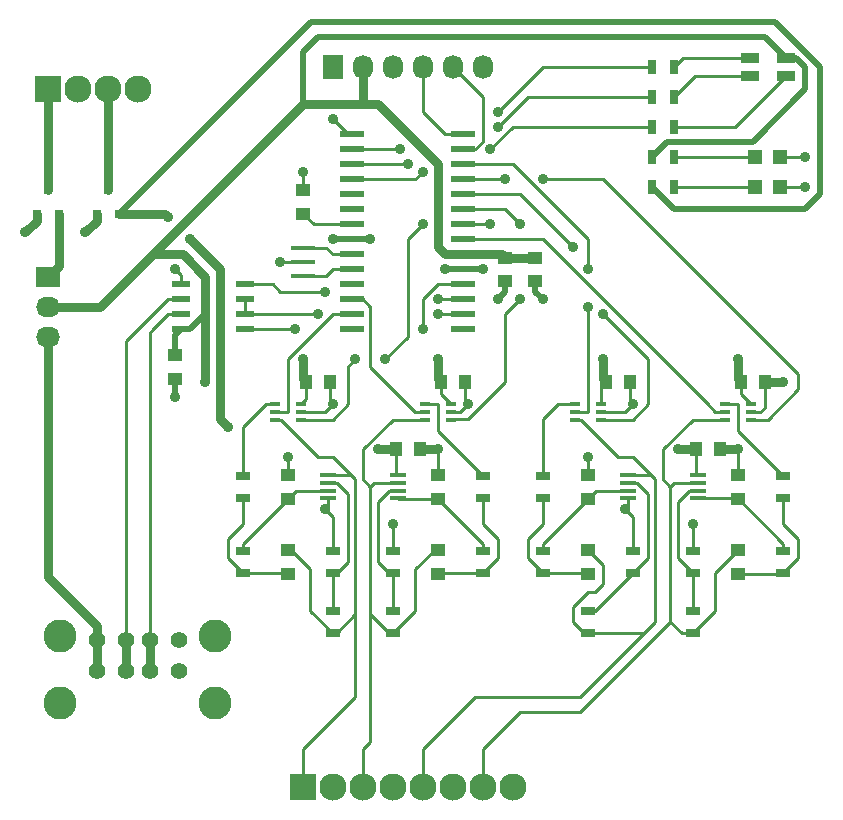
<source format=gtl>
G04 #@! TF.FileFunction,Copper,L1,Top,Signal*
%FSLAX46Y46*%
G04 Gerber Fmt 4.6, Leading zero omitted, Abs format (unit mm)*
G04 Created by KiCad (PCBNEW (2015-01-16 BZR 5376)-product) date 11/18/2015 9:54:18 PM*
%MOMM*%
G01*
G04 APERTURE LIST*
%ADD10C,0.100000*%
%ADD11R,2.000000X0.400000*%
%ADD12R,1.550000X0.600000*%
%ADD13R,1.450000X0.450000*%
%ADD14R,0.800100X0.800100*%
%ADD15R,1.727200X2.032000*%
%ADD16O,1.727200X2.032000*%
%ADD17C,1.420000*%
%ADD18C,2.800000*%
%ADD19R,2.032000X1.727200*%
%ADD20O,2.032000X1.727200*%
%ADD21R,2.000000X0.600000*%
%ADD22R,1.198880X1.198880*%
%ADD23R,1.500000X0.900000*%
%ADD24R,0.850000X0.400000*%
%ADD25R,1.250000X1.000000*%
%ADD26R,1.000000X1.250000*%
%ADD27R,1.300000X0.700000*%
%ADD28R,0.700000X1.300000*%
%ADD29R,2.300000X2.300000*%
%ADD30C,2.300000*%
%ADD31C,0.889000*%
%ADD32C,0.508000*%
%ADD33C,0.762000*%
%ADD34C,0.254000*%
G04 APERTURE END LIST*
D10*
D11*
X26670000Y50800000D03*
X26670000Y52000000D03*
X26670000Y49600000D03*
D12*
X21750000Y45085000D03*
X21750000Y46355000D03*
X21750000Y47625000D03*
X21750000Y48895000D03*
X16350000Y48895000D03*
X16350000Y47625000D03*
X16350000Y46355000D03*
X16350000Y45085000D03*
D13*
X54200000Y32725000D03*
X54200000Y32075000D03*
X54200000Y31425000D03*
X54200000Y30775000D03*
X60100000Y30775000D03*
X60100000Y31425000D03*
X60100000Y32075000D03*
X60100000Y32725000D03*
X28800000Y32725000D03*
X28800000Y32075000D03*
X28800000Y31425000D03*
X28800000Y30775000D03*
X34700000Y30775000D03*
X34700000Y31425000D03*
X34700000Y32075000D03*
X34700000Y32725000D03*
D14*
X9210000Y54879240D03*
X11110000Y54879240D03*
X10160000Y56878220D03*
X4130000Y54879240D03*
X6030000Y54879240D03*
X5080000Y56878220D03*
D15*
X29210000Y67310000D03*
D16*
X31750000Y67310000D03*
X34290000Y67310000D03*
X36830000Y67310000D03*
X39370000Y67310000D03*
X41910000Y67310000D03*
D17*
X9200000Y18805005D03*
X11700000Y18805005D03*
X13700000Y18805005D03*
X16200000Y18805005D03*
X9200000Y16185005D03*
X11700000Y16185005D03*
X13700000Y16185005D03*
X16200000Y16185005D03*
D18*
X19270000Y13475005D03*
X19270000Y19155005D03*
X6130000Y19155005D03*
X6130000Y13475005D03*
D19*
X5080000Y49530000D03*
D20*
X5080000Y46990000D03*
X5080000Y44450000D03*
D21*
X30860000Y61595000D03*
X30860000Y60325000D03*
X30860000Y59055000D03*
X30860000Y57785000D03*
X30860000Y56515000D03*
X30860000Y55245000D03*
X30860000Y53975000D03*
X30860000Y52705000D03*
X30860000Y51435000D03*
X30860000Y50165000D03*
X30860000Y48895000D03*
X30860000Y47625000D03*
X30860000Y46355000D03*
X30860000Y45085000D03*
X40260000Y45085000D03*
X40260000Y46355000D03*
X40260000Y47625000D03*
X40260000Y48895000D03*
X40260000Y50165000D03*
X40260000Y51435000D03*
X40260000Y52705000D03*
X40260000Y53975000D03*
X40260000Y55245000D03*
X40260000Y56515000D03*
X40260000Y57785000D03*
X40260000Y59055000D03*
X40260000Y60325000D03*
X40260000Y61595000D03*
D22*
X67089020Y57150000D03*
X64990980Y57150000D03*
X67089020Y59690000D03*
X64990980Y59690000D03*
D23*
X67590000Y66560000D03*
X67590000Y68060000D03*
X64490000Y68060000D03*
X64490000Y66560000D03*
D24*
X26500000Y37450000D03*
X26500000Y38100000D03*
X26500000Y38750000D03*
X24300000Y38750000D03*
X24300000Y38100000D03*
X24300000Y37450000D03*
X51900000Y37450000D03*
X51900000Y38100000D03*
X51900000Y38750000D03*
X49700000Y38750000D03*
X49700000Y38100000D03*
X49700000Y37450000D03*
X39200000Y37450000D03*
X39200000Y38100000D03*
X39200000Y38750000D03*
X37000000Y38750000D03*
X37000000Y38100000D03*
X37000000Y37450000D03*
X64600000Y37450000D03*
X64600000Y38100000D03*
X64600000Y38750000D03*
X62400000Y38750000D03*
X62400000Y38100000D03*
X62400000Y37450000D03*
D25*
X46355000Y51165000D03*
X46355000Y49165000D03*
X43815000Y51165000D03*
X43815000Y49165000D03*
D26*
X59960000Y34925000D03*
X61960000Y34925000D03*
D25*
X26670000Y54880000D03*
X26670000Y56880000D03*
X25400000Y30750000D03*
X25400000Y32750000D03*
X38100000Y30750000D03*
X38100000Y32750000D03*
X25400000Y24400000D03*
X25400000Y26400000D03*
X38100000Y24400000D03*
X38100000Y26400000D03*
D26*
X34560000Y34925000D03*
X36560000Y34925000D03*
D25*
X15875000Y42910000D03*
X15875000Y40910000D03*
X50800000Y30750000D03*
X50800000Y32750000D03*
X63500000Y30750000D03*
X63500000Y32750000D03*
X50800000Y24400000D03*
X50800000Y26400000D03*
X63500000Y24400000D03*
X63500000Y26400000D03*
D26*
X28940000Y40640000D03*
X26940000Y40640000D03*
X40370000Y40640000D03*
X38370000Y40640000D03*
X54340000Y40640000D03*
X52340000Y40640000D03*
X65770000Y40640000D03*
X63770000Y40640000D03*
D27*
X29210000Y21270000D03*
X29210000Y19370000D03*
X29210000Y24450000D03*
X29210000Y26350000D03*
X34290000Y21270000D03*
X34290000Y19370000D03*
X34290000Y24450000D03*
X34290000Y26350000D03*
X21590000Y32700000D03*
X21590000Y30800000D03*
X21590000Y24450000D03*
X21590000Y26350000D03*
X41910000Y32700000D03*
X41910000Y30800000D03*
X41910000Y24450000D03*
X41910000Y26350000D03*
X50800000Y21270000D03*
X50800000Y19370000D03*
X54610000Y24450000D03*
X54610000Y26350000D03*
X59690000Y21270000D03*
X59690000Y19370000D03*
X59690000Y24450000D03*
X59690000Y26350000D03*
X46990000Y32700000D03*
X46990000Y30800000D03*
X46990000Y24450000D03*
X46990000Y26350000D03*
X67310000Y32700000D03*
X67310000Y30800000D03*
X67310000Y24450000D03*
X67310000Y26350000D03*
D28*
X58100000Y64770000D03*
X56200000Y64770000D03*
X58100000Y62230000D03*
X56200000Y62230000D03*
X58100000Y67310000D03*
X56200000Y67310000D03*
X56200000Y59690000D03*
X58100000Y59690000D03*
X56200000Y57150000D03*
X58100000Y57150000D03*
D29*
X26670000Y6350000D03*
D30*
X29210000Y6350000D03*
X31750000Y6350000D03*
X34290000Y6350000D03*
X36830000Y6350000D03*
X39370000Y6350000D03*
X41910000Y6350000D03*
X44450000Y6350000D03*
D29*
X5080000Y65405000D03*
D30*
X7620000Y65405000D03*
X10160000Y65405000D03*
X12700000Y65405000D03*
D31*
X18415000Y40640000D03*
X54610000Y38735000D03*
X67310000Y40640000D03*
X40640000Y38735000D03*
X29210000Y38735000D03*
X46990000Y47625000D03*
X43180000Y47625000D03*
X15875000Y50165000D03*
X24765000Y50800000D03*
X69215000Y59690000D03*
X69215000Y57150000D03*
X15875000Y39370000D03*
X32385000Y52705000D03*
X29210000Y52705000D03*
X41910000Y50165000D03*
X38735000Y50165000D03*
X26670000Y58420000D03*
X63500000Y42545000D03*
X52070000Y42545000D03*
X38100000Y42545000D03*
X26670000Y42545000D03*
X50800000Y34290000D03*
X38100000Y34925000D03*
X25400000Y34290000D03*
X63500000Y34925000D03*
X8255000Y53340000D03*
X3175000Y53340000D03*
X28575000Y29845000D03*
X53975000Y29845000D03*
X34290000Y28575000D03*
X59690000Y28575000D03*
X58420000Y34925000D03*
X33020000Y34925000D03*
X15240000Y54610000D03*
X17145000Y52705000D03*
X20320000Y36830000D03*
X29210000Y62865000D03*
X34925000Y60325000D03*
X43180000Y63500000D03*
X35560000Y59055000D03*
X43180000Y62230000D03*
X42545000Y60325000D03*
X36830000Y58420000D03*
X38100000Y46355000D03*
X27940000Y46355000D03*
X38100000Y47625000D03*
X28575000Y48260000D03*
X36830000Y45085000D03*
X26035000Y45085000D03*
X31115000Y42545000D03*
X33655000Y42545000D03*
X36830000Y53975000D03*
X42545000Y53975000D03*
X45085000Y47625000D03*
X45085000Y53975000D03*
X49530000Y52070000D03*
X52070000Y46355000D03*
X43815000Y57785000D03*
X46990000Y57785000D03*
X50800000Y50165000D03*
X50800000Y46990000D03*
D32*
X16350000Y45085000D02*
X15875000Y44610000D01*
X15875000Y44610000D02*
X15875000Y42910000D01*
X16350000Y45085000D02*
X17145000Y45085000D01*
X18415000Y46355000D02*
X18415000Y49530000D01*
X17145000Y45085000D02*
X18415000Y46355000D01*
X18415000Y49530000D02*
X16510000Y51435000D01*
X16510000Y51435000D02*
X13970000Y51435000D01*
X13970000Y51435000D02*
X9525000Y46990000D01*
X9525000Y46990000D02*
X5080000Y46990000D01*
X56200000Y59690000D02*
X57470000Y60960000D01*
X68465000Y68060000D02*
X67590000Y68060000D01*
X69215000Y67310000D02*
X68465000Y68060000D01*
X69215000Y65405000D02*
X69215000Y67310000D01*
X64770000Y60960000D02*
X69215000Y65405000D01*
X57470000Y60960000D02*
X64770000Y60960000D01*
X26670000Y64135000D02*
X26670000Y68580000D01*
X65800000Y69850000D02*
X67590000Y68060000D01*
X27940000Y69850000D02*
X65800000Y69850000D01*
X26670000Y68580000D02*
X27940000Y69850000D01*
D33*
X40260000Y51435000D02*
X43545000Y51435000D01*
X43545000Y51435000D02*
X43815000Y51165000D01*
X43815000Y51165000D02*
X46355000Y51165000D01*
X40260000Y51435000D02*
X38735000Y51435000D01*
X33020000Y64135000D02*
X31750000Y64135000D01*
X38100000Y59055000D02*
X33020000Y64135000D01*
X38100000Y52070000D02*
X38100000Y59055000D01*
X38735000Y51435000D02*
X38100000Y52070000D01*
X9525000Y46990000D02*
X13970000Y51435000D01*
X13970000Y51435000D02*
X16510000Y51435000D01*
X16510000Y51435000D02*
X18415000Y49530000D01*
X5080000Y46990000D02*
X9525000Y46990000D01*
X13970000Y51435000D02*
X26670000Y64135000D01*
X26670000Y64135000D02*
X31750000Y64135000D01*
X31750000Y67310000D02*
X31750000Y64135000D01*
X18415000Y49530000D02*
X18415000Y40640000D01*
D34*
X54610000Y38735000D02*
X54340000Y39005000D01*
X54340000Y39005000D02*
X54340000Y40640000D01*
X53975000Y38100000D02*
X54610000Y38735000D01*
X51900000Y38100000D02*
X53975000Y38100000D01*
X65405000Y38100000D02*
X64600000Y38100000D01*
X65770000Y38465000D02*
X65405000Y38100000D01*
X65770000Y40640000D02*
X65770000Y38465000D01*
D33*
X67310000Y40640000D02*
X65770000Y40640000D01*
D34*
X40640000Y38735000D02*
X40370000Y39005000D01*
X40370000Y39005000D02*
X40370000Y40640000D01*
X40005000Y38100000D02*
X40640000Y38735000D01*
X39200000Y38100000D02*
X40005000Y38100000D01*
X29210000Y38735000D02*
X28940000Y39005000D01*
X28940000Y39005000D02*
X28940000Y40640000D01*
X28575000Y38100000D02*
X29210000Y38735000D01*
X26500000Y38100000D02*
X28575000Y38100000D01*
D32*
X46355000Y49165000D02*
X46355000Y48260000D01*
X46355000Y48260000D02*
X46990000Y47625000D01*
X43815000Y49165000D02*
X43815000Y48260000D01*
X43815000Y48260000D02*
X43180000Y47625000D01*
D34*
X16350000Y49690000D02*
X15875000Y50165000D01*
X16350000Y48895000D02*
X16350000Y49690000D01*
X26670000Y50800000D02*
X24765000Y50800000D01*
X67089020Y59690000D02*
X69215000Y59690000D01*
X67089020Y57150000D02*
X69215000Y57150000D01*
D32*
X15875000Y40910000D02*
X15875000Y39370000D01*
D34*
X30860000Y52705000D02*
X32385000Y52705000D01*
D32*
X30860000Y52705000D02*
X32385000Y52705000D01*
D34*
X30860000Y52705000D02*
X29210000Y52705000D01*
D32*
X30860000Y52705000D02*
X29210000Y52705000D01*
D34*
X40260000Y50165000D02*
X41910000Y50165000D01*
D32*
X40260000Y50165000D02*
X41910000Y50165000D01*
D34*
X40260000Y50165000D02*
X38735000Y50165000D01*
D32*
X40260000Y50165000D02*
X38735000Y50165000D01*
D34*
X26670000Y56880000D02*
X26670000Y58420000D01*
X51900000Y40200000D02*
X52340000Y40640000D01*
X51900000Y38750000D02*
X51900000Y40200000D01*
X63770000Y39580000D02*
X63770000Y40640000D01*
X64600000Y38750000D02*
X63770000Y39580000D01*
D33*
X63500000Y40910000D02*
X63500000Y42545000D01*
X63770000Y40640000D02*
X63500000Y40910000D01*
X52070000Y40910000D02*
X52070000Y42545000D01*
X52340000Y40640000D02*
X52070000Y40910000D01*
X38100000Y40910000D02*
X38100000Y42545000D01*
X38370000Y40640000D02*
X38100000Y40910000D01*
X26670000Y40910000D02*
X26670000Y42545000D01*
X26940000Y40640000D02*
X26670000Y40910000D01*
D34*
X26940000Y39190000D02*
X26940000Y40640000D01*
X26500000Y38750000D02*
X26940000Y39190000D01*
X38370000Y39580000D02*
X38370000Y40640000D01*
X39200000Y38750000D02*
X38370000Y39580000D01*
X50800000Y32750000D02*
X50800000Y34290000D01*
D33*
X38100000Y34925000D02*
X36560000Y34925000D01*
D34*
X38100000Y32750000D02*
X38100000Y34925000D01*
X25400000Y32750000D02*
X25400000Y34290000D01*
D33*
X63500000Y34925000D02*
X61960000Y34925000D01*
D34*
X63500000Y32750000D02*
X63500000Y34925000D01*
D33*
X9210000Y54295000D02*
X8255000Y53340000D01*
X9210000Y54879240D02*
X9210000Y54295000D01*
X4130000Y54295000D02*
X3175000Y53340000D01*
X4130000Y54879240D02*
X4130000Y54295000D01*
D34*
X29210000Y29210000D02*
X28575000Y29845000D01*
X28800000Y30070000D02*
X28800000Y30775000D01*
X28800000Y30070000D02*
X28575000Y29845000D01*
X29210000Y26350000D02*
X29210000Y29210000D01*
X54610000Y29210000D02*
X53975000Y29845000D01*
X54200000Y30070000D02*
X54200000Y30775000D01*
X54200000Y30070000D02*
X53975000Y29845000D01*
X54610000Y26350000D02*
X54610000Y29210000D01*
X34290000Y27940000D02*
X34290000Y26350000D01*
X34290000Y28575000D02*
X34290000Y27940000D01*
X59690000Y26350000D02*
X59690000Y28575000D01*
D33*
X58420000Y34925000D02*
X59960000Y34925000D01*
X34560000Y34925000D02*
X33020000Y34925000D01*
D34*
X59960000Y32865000D02*
X59960000Y34925000D01*
X60100000Y32725000D02*
X59960000Y32865000D01*
X34560000Y32865000D02*
X34560000Y34925000D01*
X34700000Y32725000D02*
X34560000Y32865000D01*
D33*
X14970760Y54879240D02*
X15240000Y54610000D01*
X19685000Y50165000D02*
X19685000Y37465000D01*
X19685000Y50165000D02*
X17145000Y52705000D01*
X19685000Y37465000D02*
X20320000Y36830000D01*
X11110000Y54879240D02*
X14970760Y54879240D01*
D32*
X27350760Y71120000D02*
X66675000Y71120000D01*
X58105000Y55245000D02*
X56200000Y57150000D01*
X70485000Y67310000D02*
X66675000Y71120000D01*
X70485000Y56515000D02*
X70485000Y67310000D01*
X69215000Y55245000D02*
X70485000Y56515000D01*
X58105000Y55245000D02*
X69215000Y55245000D01*
X11110000Y54879240D02*
X27350760Y71120000D01*
D34*
X27575000Y53975000D02*
X30860000Y53975000D01*
X26670000Y54880000D02*
X27575000Y53975000D01*
X26075000Y31425000D02*
X28800000Y31425000D01*
X25400000Y30750000D02*
X26075000Y31425000D01*
X21590000Y26940000D02*
X25400000Y30750000D01*
X21590000Y26350000D02*
X21590000Y26940000D01*
X41910000Y26940000D02*
X38100000Y30750000D01*
X41910000Y26350000D02*
X41910000Y26940000D01*
X34725000Y30750000D02*
X34700000Y30775000D01*
X38100000Y30750000D02*
X34725000Y30750000D01*
X21590000Y28575000D02*
X20320000Y27305000D01*
X20320000Y27305000D02*
X20320000Y25720000D01*
X20320000Y25720000D02*
X21590000Y24450000D01*
X21590000Y30800000D02*
X21590000Y28575000D01*
X25350000Y24450000D02*
X25400000Y24400000D01*
X21590000Y24450000D02*
X25350000Y24450000D01*
X30775000Y32725000D02*
X31115000Y32385000D01*
X31115000Y26670000D02*
X31115000Y26355000D01*
X31115000Y27940000D02*
X31115000Y26670000D01*
X31115000Y32385000D02*
X31115000Y27940000D01*
X28800000Y32725000D02*
X30775000Y32725000D01*
X24780000Y37450000D02*
X27940000Y34290000D01*
X27940000Y34290000D02*
X29210000Y34290000D01*
X29210000Y34290000D02*
X31115000Y32385000D01*
X24300000Y37450000D02*
X24780000Y37450000D01*
X31115000Y13970000D02*
X26670000Y9525000D01*
X26670000Y9525000D02*
X26670000Y6350000D01*
X31115000Y20955000D02*
X31115000Y13970000D01*
X31115000Y26670000D02*
X31115000Y20955000D01*
X25450000Y26350000D02*
X25400000Y26400000D01*
X27305000Y24765000D02*
X27305000Y21275000D01*
X27305000Y21275000D02*
X29210000Y19370000D01*
X25670000Y26400000D02*
X27305000Y24765000D01*
X25400000Y26400000D02*
X25670000Y26400000D01*
X29530000Y19370000D02*
X31115000Y20955000D01*
X29210000Y19370000D02*
X29530000Y19370000D01*
X41910000Y28575000D02*
X43180000Y27305000D01*
X43180000Y27305000D02*
X43180000Y25720000D01*
X43180000Y25720000D02*
X41910000Y24450000D01*
X41910000Y30800000D02*
X41910000Y28575000D01*
X38150000Y24450000D02*
X38100000Y24400000D01*
X41910000Y24450000D02*
X38150000Y24450000D01*
X32710000Y32075000D02*
X32385000Y31750000D01*
X32385000Y26670000D02*
X32385000Y26355000D01*
X32385000Y27940000D02*
X32385000Y26670000D01*
X32385000Y31750000D02*
X32385000Y27940000D01*
X34700000Y32075000D02*
X32710000Y32075000D01*
X31750000Y9525000D02*
X32385000Y10160000D01*
X32385000Y20955000D02*
X32385000Y26670000D01*
X32385000Y10160000D02*
X32385000Y20955000D01*
X31750000Y6350000D02*
X31750000Y9525000D01*
X34275000Y37450000D02*
X31750000Y34925000D01*
X31750000Y34925000D02*
X31750000Y32385000D01*
X31750000Y32385000D02*
X32385000Y31750000D01*
X37000000Y37450000D02*
X34275000Y37450000D01*
X38050000Y26350000D02*
X38100000Y26400000D01*
X33970000Y19370000D02*
X32385000Y20955000D01*
X34290000Y19370000D02*
X33970000Y19370000D01*
X36195000Y24765000D02*
X36195000Y21275000D01*
X36195000Y21275000D02*
X34290000Y19370000D01*
X37830000Y26400000D02*
X36195000Y24765000D01*
X38100000Y26400000D02*
X37830000Y26400000D01*
X46990000Y26350000D02*
X46990000Y26940000D01*
X46990000Y26940000D02*
X50800000Y30750000D01*
X50800000Y30750000D02*
X51475000Y31425000D01*
X51475000Y31425000D02*
X54200000Y31425000D01*
X63475000Y30775000D02*
X60100000Y30775000D01*
X67310000Y26940000D02*
X63475000Y30775000D01*
X67310000Y26350000D02*
X67310000Y26940000D01*
X46990000Y28575000D02*
X45720000Y27305000D01*
X45720000Y27305000D02*
X45720000Y25720000D01*
X45720000Y25720000D02*
X46990000Y24450000D01*
X46990000Y30800000D02*
X46990000Y28575000D01*
X50750000Y24450000D02*
X50800000Y24400000D01*
X46990000Y24450000D02*
X50750000Y24450000D01*
X56175000Y32725000D02*
X56515000Y32385000D01*
X56515000Y26670000D02*
X56515000Y26355000D01*
X56515000Y27940000D02*
X56515000Y26670000D01*
X56515000Y32385000D02*
X56515000Y27940000D01*
X54200000Y32725000D02*
X56175000Y32725000D01*
X50180000Y37450000D02*
X53340000Y34290000D01*
X53340000Y34290000D02*
X54610000Y34290000D01*
X54610000Y34290000D02*
X56515000Y32385000D01*
X49700000Y37450000D02*
X50180000Y37450000D01*
X55880000Y19685000D02*
X50165000Y13970000D01*
X56515000Y20320000D02*
X55880000Y19685000D01*
X50165000Y13970000D02*
X41275000Y13970000D01*
X41275000Y13970000D02*
X36830000Y9525000D01*
X36830000Y9525000D02*
X36830000Y6350000D01*
X56515000Y26670000D02*
X56515000Y20320000D01*
X50850000Y26350000D02*
X50800000Y26400000D01*
X55565000Y19370000D02*
X55880000Y19685000D01*
X50800000Y19370000D02*
X55565000Y19370000D01*
X49530000Y20320000D02*
X49530000Y21590000D01*
X49530000Y21590000D02*
X50800000Y22860000D01*
X50800000Y22860000D02*
X51435000Y22860000D01*
X51435000Y22860000D02*
X52070000Y23495000D01*
X52070000Y23495000D02*
X52070000Y25130000D01*
X52070000Y25130000D02*
X50800000Y26400000D01*
X50480000Y19370000D02*
X49530000Y20320000D01*
X50800000Y19370000D02*
X50480000Y19370000D01*
X67260000Y24400000D02*
X63500000Y24400000D01*
X68580000Y25720000D02*
X67310000Y24450000D01*
X67310000Y30800000D02*
X67310000Y28575000D01*
X67310000Y28575000D02*
X68580000Y27305000D01*
X68580000Y27305000D02*
X68580000Y25720000D01*
X58110000Y32075000D02*
X57785000Y31750000D01*
X60100000Y32075000D02*
X58110000Y32075000D01*
X63230000Y26400000D02*
X63500000Y26400000D01*
X50165000Y12700000D02*
X45085000Y12700000D01*
X45085000Y12700000D02*
X41910000Y9525000D01*
X41910000Y9525000D02*
X41910000Y6350000D01*
X57785000Y20320000D02*
X50165000Y12700000D01*
X57785000Y27940000D02*
X57785000Y26670000D01*
X57785000Y31750000D02*
X57785000Y27940000D01*
X57785000Y21590000D02*
X57785000Y20955000D01*
X57785000Y20955000D02*
X57785000Y20320000D01*
X57785000Y26670000D02*
X57785000Y21590000D01*
X59675000Y37450000D02*
X57150000Y34925000D01*
X57150000Y34925000D02*
X57150000Y32385000D01*
X57150000Y32385000D02*
X57785000Y31750000D01*
X62400000Y37450000D02*
X59675000Y37450000D01*
X63450000Y26350000D02*
X63500000Y26400000D01*
X61595000Y24495000D02*
X61595000Y21275000D01*
X61595000Y21275000D02*
X59690000Y19370000D01*
X63500000Y26400000D02*
X61595000Y24495000D01*
X59370000Y19370000D02*
X59690000Y19370000D01*
X58735000Y19370000D02*
X57785000Y20320000D01*
X59690000Y19370000D02*
X58735000Y19370000D01*
X63260000Y62230000D02*
X67590000Y66560000D01*
X58100000Y62230000D02*
X63260000Y62230000D01*
X58850000Y68060000D02*
X64490000Y68060000D01*
X58100000Y67310000D02*
X58850000Y68060000D01*
X59890000Y66560000D02*
X64490000Y66560000D01*
X58100000Y64770000D02*
X59890000Y66560000D01*
X58100000Y59690000D02*
X64990980Y59690000D01*
X58100000Y57150000D02*
X64990980Y57150000D01*
X30480000Y61595000D02*
X29210000Y62865000D01*
X30860000Y61595000D02*
X30480000Y61595000D01*
X30860000Y60325000D02*
X34925000Y60325000D01*
X46990000Y67310000D02*
X56200000Y67310000D01*
X43180000Y63500000D02*
X46990000Y67310000D01*
X30860000Y59055000D02*
X35560000Y59055000D01*
X45720000Y64770000D02*
X56200000Y64770000D01*
X43180000Y62230000D02*
X45720000Y64770000D01*
X30860000Y57785000D02*
X36195000Y57785000D01*
X44450000Y62230000D02*
X56200000Y62230000D01*
X42545000Y60325000D02*
X44450000Y62230000D01*
X36195000Y57785000D02*
X36830000Y58420000D01*
X28645000Y52000000D02*
X29210000Y51435000D01*
X29210000Y51435000D02*
X30860000Y51435000D01*
X26670000Y52000000D02*
X28645000Y52000000D01*
X28645000Y49600000D02*
X29210000Y50165000D01*
X29210000Y50165000D02*
X30860000Y50165000D01*
X26670000Y49600000D02*
X28645000Y49600000D01*
X31750000Y47625000D02*
X30860000Y47625000D01*
X36195000Y38100000D02*
X32385000Y41910000D01*
X32385000Y41910000D02*
X32385000Y46990000D01*
X32385000Y46990000D02*
X31750000Y47625000D01*
X37000000Y38100000D02*
X36195000Y38100000D01*
X25400000Y38100000D02*
X25400000Y40005000D01*
X25400000Y40005000D02*
X25400000Y42545000D01*
X25400000Y42545000D02*
X29210000Y46355000D01*
X29210000Y46355000D02*
X30860000Y46355000D01*
X24300000Y38100000D02*
X25400000Y38100000D01*
X21750000Y46355000D02*
X21750000Y47625000D01*
X27940000Y46355000D02*
X21750000Y46355000D01*
X40260000Y46355000D02*
X38100000Y46355000D01*
X38735000Y47625000D02*
X40260000Y47625000D01*
X21750000Y48895000D02*
X24130000Y48895000D01*
X24765000Y48260000D02*
X24130000Y48895000D01*
X28575000Y48260000D02*
X24765000Y48260000D01*
X38735000Y47625000D02*
X38100000Y47625000D01*
X38100000Y48895000D02*
X40260000Y48895000D01*
X21750000Y45085000D02*
X26035000Y45085000D01*
X38100000Y48895000D02*
X36830000Y47625000D01*
X36830000Y47625000D02*
X36830000Y45085000D01*
X46990000Y52705000D02*
X40260000Y52705000D01*
X62400000Y38100000D02*
X61595000Y38100000D01*
X60960000Y38735000D02*
X61595000Y38100000D01*
X60960000Y38735000D02*
X46990000Y52705000D01*
X29195000Y37450000D02*
X30480000Y38735000D01*
X30480000Y38735000D02*
X30480000Y41910000D01*
X30480000Y41910000D02*
X31115000Y42545000D01*
X35560000Y52705000D02*
X36830000Y53975000D01*
X35560000Y51435000D02*
X35560000Y52705000D01*
X35560000Y51435000D02*
X35560000Y44450000D01*
X35560000Y44450000D02*
X33655000Y42545000D01*
X42545000Y53975000D02*
X40260000Y53975000D01*
X26500000Y37450000D02*
X29195000Y37450000D01*
X39215000Y37465000D02*
X39200000Y37450000D01*
X39215000Y37465000D02*
X39200000Y37450000D01*
X40640000Y37465000D02*
X39215000Y37465000D01*
X43815000Y46355000D02*
X45085000Y47625000D01*
X45085000Y53975000D02*
X43815000Y55245000D01*
X40260000Y55245000D02*
X43815000Y55245000D01*
X43815000Y41275000D02*
X43815000Y40640000D01*
X43815000Y41275000D02*
X43815000Y46355000D01*
X43815000Y40640000D02*
X40640000Y37465000D01*
X55880000Y42545000D02*
X55880000Y38735000D01*
X55880000Y38735000D02*
X54595000Y37450000D01*
X54595000Y37450000D02*
X51900000Y37450000D01*
X40260000Y56515000D02*
X45085000Y56515000D01*
X49530000Y52070000D02*
X45085000Y56515000D01*
X54610000Y43815000D02*
X52070000Y46355000D01*
X54610000Y43815000D02*
X55880000Y42545000D01*
X66025000Y37450000D02*
X68580000Y40005000D01*
X68580000Y40005000D02*
X68580000Y41275000D01*
X68580000Y41275000D02*
X52070000Y57785000D01*
X52070000Y57785000D02*
X49530000Y57785000D01*
X43815000Y57785000D02*
X40260000Y57785000D01*
X49530000Y57785000D02*
X46990000Y57785000D01*
X64600000Y37450000D02*
X66025000Y37450000D01*
X40260000Y59055000D02*
X41275000Y59055000D01*
X44450000Y59055000D02*
X50800000Y52705000D01*
X50800000Y52705000D02*
X50800000Y50165000D01*
X50800000Y46990000D02*
X50800000Y40005000D01*
X50800000Y38100000D02*
X49700000Y38100000D01*
X50800000Y40005000D02*
X50800000Y38100000D01*
X40260000Y59055000D02*
X44450000Y59055000D01*
X41275000Y60325000D02*
X41910000Y60960000D01*
X41910000Y60960000D02*
X41910000Y64770000D01*
X41910000Y64770000D02*
X39370000Y67310000D01*
X40260000Y60325000D02*
X41275000Y60325000D01*
X38735000Y61595000D02*
X36830000Y63500000D01*
X36830000Y63500000D02*
X36830000Y67310000D01*
X40260000Y61595000D02*
X38735000Y61595000D01*
D33*
X6030000Y50480000D02*
X5080000Y49530000D01*
X6030000Y54879240D02*
X6030000Y50480000D01*
X5080000Y24130000D02*
X5080000Y44450000D01*
X9200000Y20010000D02*
X5080000Y24130000D01*
X9200000Y18805005D02*
X9200000Y20010000D01*
X9200000Y16185005D02*
X9200000Y18805005D01*
D34*
X15240000Y47625000D02*
X16350000Y47625000D01*
X12065000Y44450000D02*
X15240000Y47625000D01*
X11700000Y44085000D02*
X12065000Y44450000D01*
D33*
X11700000Y16185005D02*
X11700000Y18805005D01*
D34*
X11700000Y44085000D02*
X12065000Y44450000D01*
X11700000Y18805005D02*
X11700000Y44085000D01*
X15240000Y46355000D02*
X16350000Y46355000D01*
X13970000Y45085000D02*
X15240000Y46355000D01*
X13700000Y44815000D02*
X13970000Y45085000D01*
D33*
X13700000Y16185005D02*
X13700000Y18805005D01*
D34*
X13700000Y44815000D02*
X13970000Y45085000D01*
X13700000Y18805005D02*
X13700000Y44815000D01*
D33*
X5080000Y65405000D02*
X5080000Y56878220D01*
X10160000Y56878220D02*
X10160000Y65405000D01*
D34*
X29210000Y21270000D02*
X29210000Y24450000D01*
X29520000Y32075000D02*
X28800000Y32075000D01*
X30480000Y25400000D02*
X30480000Y31115000D01*
X30480000Y31115000D02*
X29520000Y32075000D01*
X29530000Y24450000D02*
X30480000Y25400000D01*
X29210000Y24450000D02*
X29530000Y24450000D01*
X34290000Y21270000D02*
X34290000Y24450000D01*
X33020000Y25400000D02*
X33020000Y30480000D01*
X33020000Y30480000D02*
X33965000Y31425000D01*
X33965000Y31425000D02*
X34700000Y31425000D01*
X33970000Y24450000D02*
X33020000Y25400000D01*
X34290000Y24450000D02*
X33970000Y24450000D01*
X21590000Y36830000D02*
X23510000Y38750000D01*
X23510000Y38750000D02*
X24300000Y38750000D01*
X21590000Y32700000D02*
X21590000Y36830000D01*
X38085000Y38750000D02*
X38100000Y38735000D01*
X38100000Y38735000D02*
X38100000Y36510000D01*
X38100000Y36510000D02*
X41910000Y32700000D01*
X37000000Y38750000D02*
X38085000Y38750000D01*
X59690000Y24450000D02*
X59690000Y21270000D01*
X58420000Y25720000D02*
X58420000Y30480000D01*
X58420000Y30480000D02*
X59365000Y31425000D01*
X59365000Y31425000D02*
X60100000Y31425000D01*
X59690000Y24450000D02*
X58420000Y25720000D01*
X48275000Y38750000D02*
X46990000Y37465000D01*
X46990000Y37465000D02*
X46990000Y32700000D01*
X49700000Y38750000D02*
X48275000Y38750000D01*
X63485000Y38750000D02*
X63500000Y38735000D01*
X63500000Y38735000D02*
X63500000Y36510000D01*
X63500000Y36510000D02*
X67310000Y32700000D01*
X62400000Y38750000D02*
X63485000Y38750000D01*
X51430000Y21270000D02*
X54610000Y24450000D01*
X50800000Y21270000D02*
X51430000Y21270000D01*
X55880000Y25720000D02*
X54610000Y24450000D01*
X55880000Y26670000D02*
X55880000Y25720000D01*
X55880000Y31115000D02*
X55880000Y26670000D01*
X54920000Y32075000D02*
X55880000Y31115000D01*
X54200000Y32075000D02*
X54920000Y32075000D01*
M02*

</source>
